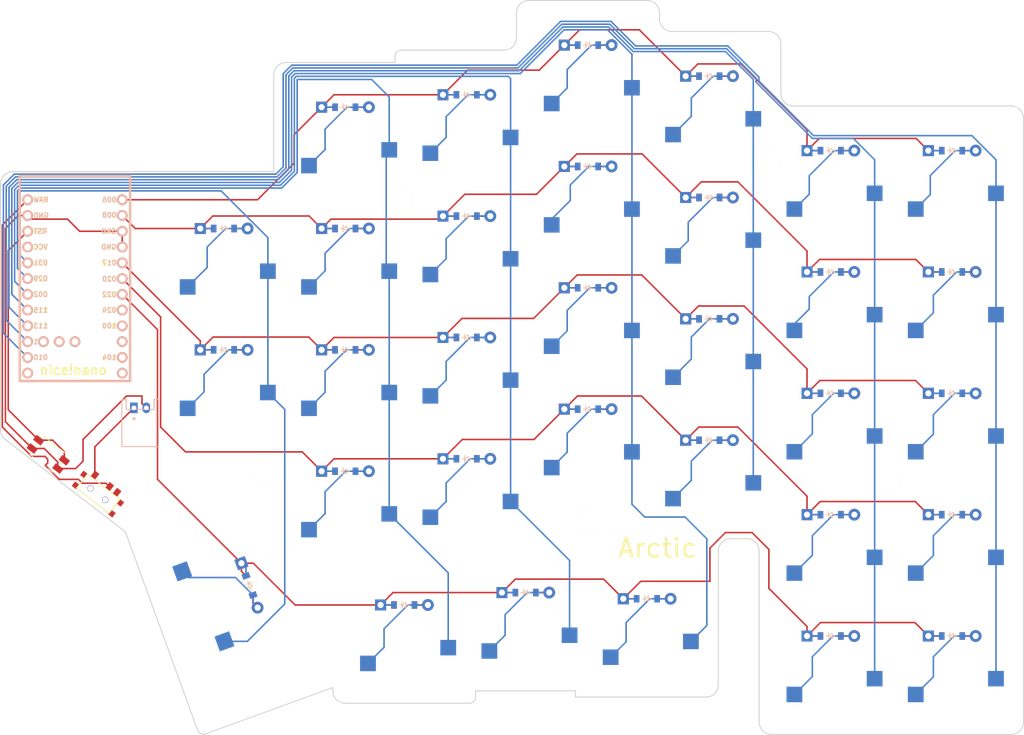
<source format=kicad_pcb>
(kicad_pcb (version 20240108) (generator "pcbnew") (generator_version "8.0")
  (title_block (title "right") (rev "v1.0.0") (company "yaessus"))
  (layers (0 "F.Cu" signal) (31 "B.Cu" signal) (34 "B.Paste" user) (35 "F.Paste" user) (36 "B.SilkS" user "B.Silkscreen") (37 "F.SilkS" user "F.Silkscreen") (38 "B.Mask" user) (39 "F.Mask" user) (44 "Edge.Cuts" user))
  (net 0 "")
  (net 1 "P010")
  (net 2 "mirror_actions_modifiers")
  (net 3 "mirror_actions_bottom")
  (net 4 "mirror_actions_home")
  (net 5 "mirror_actions_top")
  (net 6 "mirror_actions_numbers")
  (net 7 "P111")
  (net 8 "mirror_pinky_modifiers")
  (net 9 "mirror_pinky_bottom")
  (net 10 "mirror_pinky_home")
  (net 11 "mirror_pinky_top")
  (net 12 "mirror_pinky_numbers")
  (net 13 "P113")
  (net 14 "mirror_ring_bottom")
  (net 15 "mirror_ring_home")
  (net 16 "mirror_ring_top")
  (net 17 "mirror_ring_numbers")
  (net 18 "P115")
  (net 19 "mirror_middle_bottom")
  (net 20 "mirror_middle_home")
  (net 21 "mirror_middle_top")
  (net 22 "mirror_middle_numbers")
  (net 23 "P002")
  (net 24 "mirror_index_bottom")
  (net 25 "mirror_index_home")
  (net 26 "mirror_index_top")
  (net 27 "mirror_index_numbers")
  (net 28 "P029")
  (net 29 "mirror_inner_bottom")
  (net 30 "mirror_inner_home")
  (net 31 "mirror_inner_top")
  (net 32 "mirror_inner_numbers")
  (net 33 "P031")
  (net 34 "mirror_special_home")
  (net 35 "mirror_special_top")
  (net 36 "mirror_back_thumb")
  (net 37 "mirror_middle_thumb")
  (net 38 "mirror_space_thumb")
  (net 39 "mirror_forward_thumb")
  (net 40 "P022")
  (net 41 "P020")
  (net 42 "P017")
  (net 43 "P008")
  (net 44 "P006")
  (net 45 "RAW")
  (net 46 "GND")
  (net 47 "RST")
  (net 48 "VCC")
  (net 49 "P009")
  (net 50 "P024")
  (net 51 "P100")
  (net 52 "P011")
  (net 53 "P104")
  (net 54 "P106")
  (net 55 "P101")
  (net 56 "P102")
  (net 57 "P107")
  (net 58 "pos")
  (footprint "E73:SPDT_C128955" (layer "F.Cu") (at 126.42 158.9 142)
    (property "Reference" "T1" (hide yes))
    (property "Value" "" (hide yes))
  )
  (footprint "MX" (layer "F.Cu") (at 224.92 115.45 180)
    (property "Reference" "S13" (hide yes))
    (property "Value" "" (hide yes))
  )
  (footprint "ComboDiode" (layer "F.Cu") (at 205.37 106.116667)
    (property "Reference" "D17" (hide yes))
    (property "Value" "" (hide yes))
  )
  (footprint "MX" (layer "F.Cu") (at 214.87 180.1 180)
    (property "Reference" "S29" (hide yes))
    (property "Value" "" (hide yes))
  )
  (footprint "ComboDiode" (layer "F.Cu") (at 224.92 91.566667)
    (property "Reference" "D14" (hide yes))
    (property "Value" "" (hide yes))
  )
  (footprint "ComboDiode" (layer "F.Cu") (at 244.47 181.766667)
    (property "Reference" "D6" (hide yes))
    (property "Value" "" (hide yes))
  )
  (footprint "ComboDiode" (layer "F.Cu") (at 195.32 174.766667)
    (property "Reference" "D30" (hide yes))
    (property "Value" "" (hide yes))
  )
  (footprint "ComboDiode" (layer "F.Cu") (at 175.77 176.766667)
    (property "Reference" "D31" (hide yes))
    (property "Value" "" (hide yes))
  )
  (footprint "JST_PH_S2B-PH-K_02x2.00mm_Angled" (layer "F.Cu") (at 133.22 145)
    (property "Reference" "JST1" (hide yes))
    (property "Value" "" (hide yes))
  )
  (footprint "ComboDiode" (layer "F.Cu") (at 264.02 181.766667)
    (property "Reference" "D1" (hide yes))
    (property "Value" "" (hide yes))
  )
  (footprint "HOLE_M2_TH" (layer "F.Cu") (at 234.445 105.425)
    (property "Reference" "")
    (property "Value" "")
  )
  (footprint "MX" (layer "F.Cu") (at 264.02 147 180)
    (property "Reference" "S3" (hide yes))
    (property "Value" "" (hide yes))
  )
  (footprint "ComboDiode" (layer "F.Cu") (at 224.92 150.216667)
    (property "Reference" "D11" (hide yes))
    (property "Value" "" (hide yes))
  )
  (footprint "ComboDiode" (layer "F.Cu") (at 205.37 145.216667)
    (property "Reference" "D15" (hide yes))
    (property "Value" "" (hide yes))
  )
  (footprint "MX" (layer "F.Cu") (at 205.37 130 180)
    (property "Reference" "S16" (hide yes))
    (property "Value" "" (hide yes))
  )
  (footprint "MX" (layer "F.Cu") (at 264.02 166.55 180)
    (property "Reference" "S2" (hide yes))
    (property "Value" "" (hide yes))
  )
  (footprint "ComboDiode" (layer "F.Cu") (at 166.27 135.666667)
    (property "Reference" "D24" (hide yes))
    (property "Value" "" (hide yes))
  )
  (footprint "MX" (layer "F.Cu") (at 244.47 166.55 180)
    (property "Reference" "S7" (hide yes))
    (property "Value" "" (hide yes))
  )
  (footprint "MX" (layer "F.Cu") (at 264.02 107.9 180)
    (property "Reference" "S5" (hide yes))
    (property "Value" "" (hide yes))
  )
  (footprint "ComboDiode" (layer "F.Cu") (at 224.92 130.666667)
    (property "Reference" "D12" (hide yes))
    (property "Value" "" (hide yes))
  )
  (footprint "MX" (layer "F.Cu") (at 244.47 186.1 180)
    (property "Reference" "S6" (hide yes))
    (property "Value" "" (hide yes))
  )
  (footprint "ComboDiode" (layer "F.Cu") (at 244.47 103.566667)
    (property "Reference" "D10" (hide yes))
    (property "Value" "" (hide yes))
  )
  (footprint "ComboDiode" (layer "F.Cu") (at 185.82 133.666667)
    (property "Reference" "D20" (hide yes))
    (property "Value" "" (hide yes))
  )
  (footprint "HOLE_M2_TH" (layer "F.Cu") (at 152.745 155.55)
    (property "Reference" "")
    (property "Value" "")
  )
  (footprint "ComboDiode" (layer "F.Cu") (at 185.82 94.566667)
    (property "Reference" "D22" (hide yes))
    (property "Value" "" (hide yes))
  )
  (footprint "MX" (layer "F.Cu") (at 205.37 110.45 180)
    (property "Reference" "S17" (hide yes))
    (property "Value" "" (hide yes))
  )
  (footprint "HOLE_M2_TH" (layer "F.Cu") (at 205.37 163.075)
    (property "Reference" "")
    (property "Value" "")
  )
  (footprint "MX" (layer "F.Cu") (at 224.92 154.55 180)
    (property "Reference" "S11" (hide yes))
    (property "Value" "" (hide yes))
  )
  (footprint "ComboDiode" (layer "F.Cu") (at 244.47 162.216667)
    (property "Reference" "D7" (hide yes))
    (property "Value" "" (hide yes))
  )
  (footprint "MX" (layer "F.Cu") (at 166.27 159.55 180)
    (property "Reference" "S23" (hide yes))
    (property "Value" "" (hide yes))
  )
  (footprint "MX" (layer "F.Cu") (at 205.37 90.9 180)
    (property "Reference" "S18" (hide yes))
    (property "Value" "" (hide yes))
  )
  (footprint "MX" (layer "F.Cu") (at 175.77 181.1 180)
    (property "Reference" "S31" (hide yes))
    (property "Value" "" (hide yes))
  )
  (footprint "MX" (layer "F.Cu") (at 146.77 175.1 110)
    (property "Reference" "S32" (hide yes))
    (property "Value" "" (hide yes))
  )
  (footprint "HOLE_M2_TH" (layer "F.Cu") (at 175.295 111.425)
    (property "Reference" "")
    (property "Value" "")
  )
  (footprint "ComboDiode" (layer "F.Cu") (at 244.47 142.666667)
    (property "Reference" "D8" (hide yes))
    (property "Value" "" (hide yes))
  )
  (footprint "MX" (layer "F.Cu") (at 146.72 140 180)
    (property "Reference" "S27" (hide yes))
    (property "Value" "" (hide yes))
  )
  (footprint "ComboDiode" (layer "F.Cu") (at 185.82 114.116667)
    (property "Reference" "D21" (hide yes))
    (property "Value" "" (hide yes))
  )
  (footprint "MX" (layer "F.Cu") (at 166.27 120.45 180)
    (property "Reference" "S25" (hide yes))
    (property "Value" "" (hide yes))
  )
  (footprint "MX" (layer "F.Cu") (at 166.27 100.9 180)
    (property "Reference" "S26" (hide yes))
    (property "Value" "" (hide yes))
  )
  (footprint "MX" (layer "F.Cu") (at 205.37 149.55 180)
    (property "Reference" "S15" (hide yes))
    (property "Value" "" (hide yes))
  )
  (footprint "ComboDiode" (layer "F.Cu") (at 205.37 125.666667)
    (property "Reference" "D16" (hide yes))
    (property "Value" "" (hide yes))
  )
  (footprint "ComboDiode" (layer "F.Cu") (at 166.27 96.566667)
    (property "Reference" "D26" (hide yes))
    (property "Value" "" (hide yes))
  )
  (footprint "MX" (layer "F.Cu") (at 185.82 138 180)
    (property "Reference" "S20" (hide yes))
    (property "Value" "" (hide yes))
  )
  (footprint "MX" (layer "F.Cu") (at 146.72 120.45 180)
    (property "Reference" "S28" (hide yes))
    (property "Value" "" (hide yes))
  )
  (footprint "HOLE_M2_TH" (layer "F.Cu") (at 253.995 156.525)
    (property "Reference" "")
    (property "Value" "")
  )
  (footprint "MX" (layer "F.Cu") (at 185.82 118.45 180)
    (property "Reference" "S21" (hide yes))
    (property "Value" "" (hide yes))
  )
  (footprint "ComboDiode" (layer "F.Cu") (at 214.87 175.766667)
    (property "Reference" "D29" (hide yes))
    (property "Value" "" (hide yes))
  )
  (footprint "MX" (layer "F.Cu") (at 185.82 98.9 180)
    (property "Reference" "S22" (hide yes))
    (property "Value" "" (hide yes))
  )
  (footprint "MX" (layer "F.Cu") (at 244.47 147 180)
    (property "Reference" "S8" (hide yes))
    (property "Value" "" (hide yes))
  )
  (footprint "ComboDiode" (layer "F.Cu") (at 146.72 116.116667)
    (property "Reference" "D28" (hide yes))
    (property "Value" "" (hide yes))
  )
  (footprint "ComboDiode" (layer "F.Cu") (at 264.02 103.566667)
    (property "Reference" "D5" (hide yes))
    (property "Value" "" (hide yes))
  )
  (footprint "ComboDiode" (layer "F.Cu") (at 146.72 135.666667)
    (property "Reference" "D27" (hide yes))
    (property "Value" "" (hide yes))
  )
  (footprint "MX" (layer "F.Cu") (at 264.02 127.45 180)
    (property "Reference" "S4" (hide yes))
    (property "Value" "" (hide yes))
  )
  (footprint "ComboDiode" (layer "F.Cu") (at 166.27 116.116667)
    (property "Reference" "D25" (hide yes))
    (property "Value" "" (hide yes))
  )
  (footprint "MX" (layer "F.Cu") (at 185.82 157.55 180)
    (property "Reference" "S19" (hide yes))
    (property "Value" "" (hide yes))
  )
  (footprint "ComboDiode" (layer "F.Cu") (at 264.02 123.116667)
    (property "Reference" "D4" (hide yes))
    (property "Value" "" (hide yes))
  )
  (footprint "ComboDiode" (layer "F.Cu") (at 150.842001 173.617913 -70)
    (property "Reference" "D32" (hide yes))
    (property "Value" "" (hide yes))
  )
  (footprint "ComboDiode" (layer "F.Cu") (at 264.02 142.666667)
    (property "Reference" "D3" (hide yes))
    (property "Value" "" (hide yes))
  )
  (footprint "MX" (layer "F.Cu") (at 195.32 179.1 180)
    (property "Reference" "S30" (hide yes))
    (property "Value" "" (hide yes))
  )
  (footprint "MX" (layer "F.Cu") (at 244.47 107.9 180)
    (property "Reference" "S10" (hide yes))
    (property "Value" "" (hide yes))
  )
  (footprint "ComboDiode" (layer "F.Cu") (at 185.82 153.216667)
    (property "Reference" "D19" (hide yes))
    (property "Value" "" (hide yes))
  )
  (footprint "MX" (layer "F.Cu") (at 264.02 186.1 180)
    (property "Reference" "S1" (hide yes))
    (property "Value" "" (hide yes))
  )
  (footprint "ComboDiode" (layer "F.Cu") (at 264.02 162.216667)
    (property "Reference" "D2" (hide yes))
    (property "Value" "" (hide yes))
  )
  (footprint "MX" (layer "F.Cu") (at 244.47 127.45 180)
    (property "Reference" "S9" (hide yes))
    (property "Value" "" (hide yes))
  )
  (footprint "ComboDiode" (layer "F.Cu") (at 244.47 123.116667)
    (property "Reference" "D9" (hide yes))
    (property "Value" "" (hide yes))
  )
  (footprint "ComboDiode" (layer "F.Cu") (at 166.27 155.216667)
    (property "Reference" "D23" (hide yes))
    (property "Value" "" (hide yes))
  )
  (footprint "ComboDiode" (layer "F.Cu") (at 224.92 111.116667)
    (property "Reference" "D13" (hide yes))
    (property "Value" "" (hide yes))
  )
  (footprint "Panasonic_EVQPUL_EVQPUC" (layer "F.Cu") (at 118.42 152.5 142)
    (property "Reference" "B1" (hide yes))
    (property "Value" "Panasonic_EVQPUL_EVQPUC" (hide yes))
  )
  (footprint "MX" (layer "F.Cu") (at 224.92 135 180)
    (property "Reference" "S12" (hide yes))
    (property "Value" "" (hide yes))
  )
  (footprint "MX" (layer "F.Cu") (at 224.92 95.9 180)
    (property "Reference" "S14" (hide yes))
    (property "Value" "" (hide yes))
  )
  (footprint "ComboDiode" (layer "F.Cu") (at 205.37 86.566667)
    (property "Reference" "D18" (hide yes))
    (property "Value" "" (hide yes))
  )
  (footprint "nice_nano" (layer "F.Cu") (at 122.72 125.45 -90)
    (property "Reference" "MCU1" (hide yes))
    (property "Value" "nice_nano" (hide yes))
  )
  (footprint "MX" (layer "F.Cu") (at 166.27 140 180)
    (property "Reference" "S24" (hide yes))
    (property "Value" "" (hide yes))
  )
  (gr_arc (start 234.445 84.375) (mid 235.859214 84.960786) (end 236.445 86.375) (stroke (width 0.15)) (layer "Edge.Cuts"))
  (gr_line (start 275.545 195.625) (end 275.545 98.375) (stroke (width 0.15)) (layer "Edge.Cuts"))
  (gr_line (start 226.37 189.6) (end 226.37 168.075) (stroke (width 0.15)) (layer "Edge.Cuts"))
  (gr_arc (start 193.845 85.375) (mid 193.259214 86.789214) (end 191.845 87.375) (stroke (width 0.15)) (layer "Edge.Cuts"))
  (gr_line (start 232.945 195.625) (end 232.945 168.075) (stroke (width 0.15)) (layer "Edge.Cuts"))
  (gr_line (start 234.445 84.375) (end 218.895 84.375) (stroke (width 0.15)) (layer "Edge.Cuts"))
  (gr_line (start 112.72 106.95) (end 154.744844 106.95) (stroke (width 0.15)) (layer "Edge.Cuts"))
  (gr_line (start 174.295 89.375) (end 156.745 89.375) (stroke (width 0.15)) (layer "Edge.Cuts"))
  (gr_line (start 191.845 87.375) (end 175.295 87.375) (stroke (width 0.15)) (layer "Edge.Cuts"))
  (gr_line (start 164.27 190.067285) (end 164.27 190.6) (stroke (width 0.15)) (layer "Edge.Cuts"))
  (gr_line (start 236.445 94.375) (end 236.445 86.375) (stroke (width 0.15)) (layer "Edge.Cuts"))
  (gr_line (start 238.445 96.375) (end 273.545 96.375) (stroke (width 0.15)) (layer "Edge.Cuts"))
  (gr_line (start 174.295 88.375) (end 174.295 89.375) (stroke (width 0.15)) (layer "Edge.Cuts"))
  (gr_arc (start 275.545 195.625) (mid 274.959214 197.039214) (end 273.545 197.625) (stroke (width 0.15)) (layer "Edge.Cuts"))
  (gr_arc (start 214.895 79.375) (mid 216.309214 79.960786) (end 216.895 81.375) (stroke (width 0.15)) (layer "Edge.Cuts"))
  (gr_arc (start 174.295 88.375) (mid 174.587893 87.667893) (end 175.295 87.375) (stroke (width 0.15)) (layer "Edge.Cuts"))
  (gr_line (start 193.845 81.375) (end 193.845 85.375) (stroke (width 0.15)) (layer "Edge.Cuts"))
  (gr_arc (start 130.388993 164.629392) (mid 130.783187 165.032994) (end 131.048987 165.530623) (stroke (width 0.15)) (layer "Edge.Cuts"))
  (gr_line (start 143.760731 197.532049) (end 164.27 190.067285) (stroke (width 0.15)) (layer "Edge.Cuts"))
  (gr_line (start 216.895 82.375) (end 216.895 81.375) (stroke (width 0.15)) (layer "Edge.Cuts"))
  (gr_arc (start 238.445 96.375) (mid 237.030786 95.789214) (end 236.445 94.375) (stroke (width 0.15)) (layer "Edge.Cuts"))
  (gr_arc (start 154.745 91.375) (mid 155.330786 89.960786) (end 156.745 89.375) (stroke (width 0.15)) (layer "Edge.Cuts"))
  (gr_line (start 228.37 166.075) (end 230.945 166.075) (stroke (width 0.15)) (layer "Edge.Cuts"))
  (gr_line (start 166.27 192.6) (end 186.27 192.6) (stroke (width 0.15)) (layer "Edge.Cuts"))
  (gr_line (start 110.72 148.515173) (end 110.72 108.95) (stroke (width 0.15)) (layer "Edge.Cuts"))
  (gr_arc (start 226.37 189.6) (mid 225.784214 191.014214) (end 224.37 191.6) (stroke (width 0.15)) (layer "Edge.Cuts"))
  (gr_line (start 187.27 190.6) (end 203.37 190.6) (stroke (width 0.15)) (layer "Edge.Cuts"))
  (gr_arc (start 193.845 81.375) (mid 194.430786 79.960786) (end 195.845 79.375) (stroke (width 0.15)) (layer "Edge.Cuts"))
  (gr_arc (start 166.27 192.6) (mid 164.855786 192.014214) (end 164.27 190.6) (stroke (width 0.15)) (layer "Edge.Cuts"))
  (gr_arc (start 226.37 168.075) (mid 226.955786 166.660786) (end 228.37 166.075) (stroke (width 0.15)) (layer "Edge.Cuts"))
  (gr_line (start 214.895 79.375) (end 195.845 79.375) (stroke (width 0.15)) (layer "Edge.Cuts"))
  (gr_line (start 154.745 91.375) (end 154.745 106.925) (stroke (width 0.15)) (layer "Edge.Cuts"))
  (gr_arc (start 110.72 108.95) (mid 111.305786 107.535786) (end 112.72 106.95) (stroke (width 0.15)) (layer "Edge.Cuts"))
  (gr_arc (start 230.945 166.075) (mid 232.359214 166.660786) (end 232.945 168.075) (stroke (width 0.15)) (layer "Edge.Cuts"))
  (gr_line (start 203.37 191.6) (end 224.37 191.6) (stroke (width 0.15)) (layer "Edge.Cuts"))
  (gr_arc (start 154.745 106.925) (mid 154.744961 106.9375) (end 154.744844 106.95) (stroke (width 0.15)) (layer "Edge.Cuts"))
  (gr_arc (start 273.545 96.375) (mid 274.959214 96.960786) (end 275.545 98.375) (stroke (width 0.15)) (layer "Edge.Cuts"))
  (gr_arc (start 234.945 197.625) (mid 233.530786 197.039214) (end 232.945 195.625) (stroke (width 0.15)) (layer "Edge.Cuts"))
  (gr_arc (start 111.500609 150.100444) (mid 110.925734 149.398694) (end 110.72 148.515173) (stroke (width 0.15)) (layer "Edge.Cuts"))
  (gr_line (start 131.048987 165.530623) (end 142.479019 196.934376) (stroke (width 0.15)) (layer "Edge.Cuts"))
  (gr_line (start 130.388993 164.629391) (end 111.500609 150.100444) (stroke (width 0.15)) (layer "Edge.Cuts"))
  (gr_arc (start 143.760731 197.532048) (mid 142.996093 197.498663) (end 142.479019 196.934376) (stroke (width 0.15)) (layer "Edge.Cuts"))
  (gr_line (start 187.27 191.6) (end 187.27 190.6) (stroke (width 0.15)) (layer "Edge.Cuts"))
  (gr_arc (start 187.27 191.6) (mid 186.977107 192.307107) (end 186.27 192.6) (stroke (width 0.15)) (layer "Edge.Cuts"))
  (gr_line (start 234.945 197.625) (end 273.545 197.625) (stroke (width 0.15)) (layer "Edge.Cuts"))
  (gr_line (start 203.37 190.6) (end 203.37 191.6) (stroke (width 0.15)) (layer "Edge.Cuts"))
  (gr_arc (start 218.895 84.375) (mid 217.480786 83.789214) (end 216.895 82.375) (stroke (width 0.15)) (layer "Edge.Cuts"))
  (gr_text "Arctic" (at 223.203333 167.6 0) (layer "F.SilkS") (effects (font (size 3 3) (thickness 0.4)) (justify right)))
  (segment (start 111.1987 132.9787) (end 115.1 136.88) (width 0.25) (layer "B.Cu") (net 1))
  (segment (start 111.1987 109.102924) (end 111.1987 132.9787) (width 0.25) (layer "B.Cu") (net 1))
  (segment (start 200.960812 82.75) (end 193.910812 89.8) (width 0.25) (layer "B.Cu") (net 1))
  (segment (start 241.706396 101.15) (end 232.905 92.348604) (width 0.25) (layer "B.Cu") (net 1))
  (segment (start 271.105 188.64) (end 271.105 169.09) (width 0.25) (layer "B.Cu") (net 1))
  (segment (start 227.892792 86.7) (end 213.029179 86.7) (width 0.25) (layer "B.Cu") (net 1))
  (segment (start 193.910812 89.8) (end 157.63802 89.8) (width 0.25) (layer "B.Cu") (net 1))
  (segment (start 267.219991 101.15) (end 241.706396 101.15) (width 0.25) (layer "B.Cu") (net 1))
  (segment (start 271.105 110.44) (end 271.105 129.99) (width 0.25) (layer "B.Cu") (net 1))
  (segment (start 112.951624 107.35) (end 111.1987 109.102924) (width 0.25) (layer "B.Cu") (net 1))
  (segment (start 157.63802 89.8) (end 156.27 91.16802) (width 0.25) (layer "B.Cu") (net 1))
  (segment (start 213.029179 86.7) (end 209.079179 82.75) (width 0.25) (layer "B.Cu") (net 1))
  (segment (start 271.105 110.44) (end 271.105 105.035009) (width 0.25) (layer "B.Cu") (net 1))
  (segment (start 271.105 105.035009) (end 267.219991 101.15) (width 0.25) (layer "B.Cu") (net 1))
  (segment (start 156.27 91.16802) (end 156.27 106.16802) (width 0.25) (layer "B.Cu") (net 1))
  (segment (start 232.905 91.712208) (end 227.892792 86.7) (width 0.25) (layer "B.Cu") (net 1))
  (segment (start 155.08802 107.35) (end 112.951624 107.35) (width 0.25) (layer "B.Cu") (net 1))
  (segment (start 271.105 129.99) (end 271.105 149.54) (width 0.25) (layer "B.Cu") (net 1))
  (segment (start 209.079179 82.75) (end 200.960812 82.75) (width 0.25) (layer "B.Cu") (net 1))
  (segment (start 271.105 149.54) (end 271.105 169.09) (width 0.25) (layer "B.Cu") (net 1))
  (segment (start 232.905 92.348604) (end 232.905 91.712208) (width 0.25) (layer "B.Cu") (net 1))
  (segment (start 156.27 106.16802) (end 155.08802 107.35) (width 0.25) (layer "B.Cu") (net 1))
  (segment (start 265.67 181.766667) (end 267.83 181.766667) (width 0.25) (layer "F.Cu") (net 2))
  (segment (start 258.178 191.18) (end 261.02 188.338) (width 0.25) (layer "B.Cu") (net 2))
  (segment (start 264.353333 181.766667) (end 265.67 181.766667) (width 0.25) (layer "B.Cu") (net 2))
  (segment (start 261.02 188.338) (end 261.02 185.1) (width 0.25) (layer "B.Cu") (net 2))
  (segment (start 261.02 185.1) (end 264.353333 181.766667) (width 0.25) (layer "B.Cu") (net 2))
  (segment (start 265.67 181.766667) (end 267.83 181.766667) (width 0.25) (layer "B.Cu") (net 2))
  (segment (start 267.83 162.216667) (end 265.67 162.216667) (width 0.25) (layer "F.Cu") (net 3))
  (segment (start 264.403333 162.216667) (end 265.67 162.216667) (width 0.25) (layer "B.Cu") (net 3))
  (segment (start 258.178 171.63) (end 261.02 168.788) (width 0.25) (layer "B.Cu") (net 3))
  (segment (start 261.02 165.6) (end 264.403333 162.216667) (width 0.25) (layer "B.Cu") (net 3))
  (segment (start 261.02 168.788) (end 261.02 165.6) (width 0.25) (layer "B.Cu") (net 3))
  (segment (start 267.83 162.216667) (end 265.67 162.216667) (width 0.25) (layer "B.Cu") (net 3))
  (segment (start 265.67 142.666667) (end 267.83 142.666667) (width 0.25) (layer "F.Cu") (net 4))
  (segment (start 261.02 146.1) (end 264.453333 142.666667) (width 0.25) (layer "B.Cu") (net 4))
  (segment (start 261.02 149.238) (end 261.02 146.1) (width 0.25) (layer "B.Cu") (net 4))
  (segment (start 258.178 152.08) (end 261.02 149.238) (width 0.25) (layer "B.Cu") (net 4))
  (segment (start 264.453333 142.666667) (end 265.67 142.666667) (width 0.25) (layer "B.Cu") (net 4))
  (segment (start 265.67 142.666667) (end 267.83 142.666667) (width 0.25) (layer "B.Cu") (net 4))
  (segment (start 265.67 123.116667) (end 267.83 123.116667) (width 0.25) (layer "F.Cu") (net 5))
  (segment (start 265.67 123.116667) (end 267.83 123.116667) (width 0.25) (layer "B.Cu") (net 5))
  (segment (start 264.753267 123.116667) (end 265.67 123.116667) (width 0.25) (layer "B.Cu") (net 5))
  (segment (start 261.02 126.849934) (end 264.753267 123.116667) (width 0.25) (layer "B.Cu") (net 5))
  (segment (start 261.02 129.688) (end 261.02 126.849934) (width 0.25) (layer "B.Cu") (net 5))
  (segment (start 258.178 132.53) (end 261.02 129.688) (width 0.25) (layer "B.Cu") (net 5))
  (segment (start 267.83 103.566667) (end 265.67 103.566667) (width 0.25) (layer "F.Cu") (net 6))
  (segment (start 265.67 103.566667) (end 267.83 103.566667) (width 0.25) (layer "B.Cu") (net 6))
  (segment (start 260.52 110.638) (end 260.52 107.574934) (width 0.25) (layer "B.Cu") (net 6))
  (segment (start 260.52 107.574934) (end 264.528267 103.566667) (width 0.25) (layer "B.Cu") (net 6))
  (segment (start 258.178 112.98) (end 260.52 110.638) (width 0.25) (layer "B.Cu") (net 6))
  (segment (start 264.528267 103.566667) (end 265.67 103.566667) (width 0.25) (layer "B.Cu") (net 6))
  (segment (start 212.842783 87.15) (end 208.892783 83.2) (width 0.25) (layer "B.Cu") (net 7))
  (segment (start 194.097208 90.25) (end 157.824416 90.25) (width 0.25) (layer "B.Cu") (net 7))
  (segment (start 208.892783 83.2) (end 201.147208 83.2) (width 0.25) (layer "B.Cu") (net 7))
  (segment (start 156.72 91.354416) (end 156.72 106.354416) (width 0.25) (layer "B.Cu") (net 7))
  (segment (start 251.555 149.54) (end 251.555 129.99) (width 0.25) (layer "B.Cu") (net 7))
  (segment (start 227.706396 87.15) (end 212.842783 87.15) (width 0.25) (layer "B.Cu") (net 7))
  (segment (start 248.119991 101.6) (end 241.52 101.6) (width 0.25) (layer "B.Cu") (net 7))
  (segment (start 111.6487 109.28932) (end 111.6487 130.8887) (width 0.25) (layer "B.Cu") (net 7))
  (segment (start 251.555 105.035009) (end 248.119991 101.6) (width 0.25) (layer "B.Cu") (net 7))
  (segment (start 157.824416 90.25) (end 156.72 91.354416) (width 0.25) (layer "B.Cu") (net 7))
  (segment (start 251.555 188.64) (end 251.555 169.09) (width 0.25) (layer "B.Cu") (net 7))
  (segment (start 111.6487 130.8887) (end 115.1 134.34) (width 0.25) (layer "B.Cu") (net 7))
  (segment (start 251.555 110.44) (end 251.555 105.035009) (width 0.25) (layer "B.Cu") (net 7))
  (segment (start 156.72 106.354416) (end 155.274416 107.8) (width 0.25) (layer "B.Cu") (net 7))
  (segment (start 201.147208 83.2) (end 194.097208 90.25) (width 0.25) (layer "B.Cu") (net 7))
  (segment (start 232.455 92.535) (end 232.455 91.898604) (width 0.25) (layer "B.Cu") (net 7))
  (segment (start 113.13802 107.8) (end 111.6487 109.28932) (width 0.25) (layer "B.Cu") (net 7))
  (segment (start 241.52 101.6) (end 232.455 92.535) (width 0.25) (layer "B.Cu") (net 7))
  (segment (start 251.555 169.09) (end 251.555 149.54) (width 0.25) (layer "B.Cu") (net 7))
  (segment (start 251.555 129.99) (end 251.555 110.44) (width 0.25) (layer "B.Cu") (net 7))
  (segment (start 155.274416 107.8) (end 113.13802 107.8) (width 0.25) (layer "B.Cu") (net 7))
  (segment (start 232.455 91.898604) (end 227.706396 87.15) (width 0.25) (layer "B.Cu") (net 7))
  (segment (start 246.12 181.766667) (end 248.28 181.766667) (width 0.25) (layer "F.Cu") (net 8))
  (segment (start 241.52 185.1) (end 244.853333 181.766667) (width 0.25) (layer "B.Cu") (net 8))
  (segment (start 244.853333 181.766667) (end 246.12 181.766667) (width 0.25) (layer "B.Cu") (net 8))
  (segment (start 238.628 191.18) (end 241.52 188.288) (width 0.25) (layer "B.Cu") (net 8))
  (segment (start 241.52 188.288) (end 241.52 185.1) (width 0.25) (layer "B.Cu") (net 8))
  (segment (start 248.28 181.766667) (end 246.12 181.766667) (width 0.25) (layer "B.Cu") (net 8))
  (segment (start 246.12 162.216667) (end 248.28 162.216667) (width 0.25) (layer "F.Cu") (net 9))
  (segment (start 238.628 171.63) (end 241.52 168.738) (width 0.25) (layer "B.Cu") (net 9))
  (segment (start 244.903333 162.216667) (end 246.12 162.216667) (width 0.25) (layer "B.Cu") (net 9))
  (segment (start 241.52 168.738) (end 241.52 165.6) (width 0.25) (layer "B.Cu") (net 9))
  (segment (start 241.52 165.6) (end 244.903333 162.216667) (width 0.25) (layer "B.Cu") (net 9))
  (segment (start 248.28 162.216667) (end 246.12 162.216667) (width 0.25) (layer "B.Cu") (net 9))
  (segment (start 246.12 142.666667) (end 248.28 142.666667) (width 0.25) (layer "F.Cu") (net 10))
  (segment (start 246.12 142.666667) (end 248.28 142.666667) (width 0.25) (layer "B.Cu") (net 10))
  (segment (start 241.52 146.1) (end 244.953333 142.666667) (width 0.25) (layer "B.Cu") (net 10))
  (segment (start 241.52 149.188) (end 241.52 146.1) (width 0.25) (layer "B.Cu") (net 10))
  (segment (start 238.628 152.08) (end 241.52 149.188) (width 0.25) (layer "B.Cu") (net 10))
  (segment (start 244.953333 142.666667) (end 246.12 142.666667) (width 0.25) (layer "B.Cu") (net 10))
  (segment (start 246.12 123.116667) (end 248.28 123.116667) (width 0.25) (layer "F.Cu") (net 11))
  (segment (start 238.628 132.53) (end 238.628 131.492) (width 0.25) (layer "B.Cu") (net 11))
  (segment (start 248.28 123.116667) (end 246.12 123.116667) (width 0.25) (layer "B.Cu") (net 11))
  (segment (start 238.628 131.492) (end 241.02 129.1) (width 0.25) (layer "B.Cu") (net 11))
  (segment (start 244.978267 123.116667) (end 246.12 123.116667) (width 0.25) (layer "B.Cu") (net 11))
  (segment (start 241.02 129.1) (end 241.02 127.074934) (width 0.25) (layer "B.Cu") (net 11))
  (segment (start 241.02 127.074934) (end 244.978267 123.116667) (width 0.25) (layer "B.Cu") (net 11))
  (segment (start 246.12 103.566667) (end 248.28 103.566667) (width 0.25) (layer "F.Cu") (net 12))
  (segment (start 246.12 103.566667) (end 248.28 103.566667) (width 0.25) (layer "B.Cu") (net 12))
  (segment (start 238.628 112.98) (end 241.02 110.588) (width 0.25) (layer "B.Cu") (net 12))
  (segment (start 245.053333 103.566667) (end 246.12 103.566667) (width 0.25) (layer "B.Cu") (net 12))
  (segment (start 241.02 107.6) (end 245.053333 103.566667) (width 0.25) (layer "B.Cu") (net 12))
  (segment (start 241.02 110.588) (end 241.02 107.6) (width 0.25) (layer "B.Cu") (net 12))
  (segment (start 232.005 92.085) (end 232.005 98.44) (width 0.25) (layer "B.Cu") (net 13))
  (segment (start 113.324416 108.25) (end 155.460812 108.25) (width 0.25) (layer "B.Cu") (net 13))
  (segment (start 112.0987 109.475716) (end 113.324416 108.25) (width 0.25) (layer "B.Cu") (net 13))
  (segment (start 112.0987 128.7987) (end 112.0987 109.475716) (width 0.25) (layer "B.Cu") (net 13))
  (segment (start 157.17 106.540812) (end 157.17 91.540812) (width 0.25) (layer "B.Cu") (net 13))
  (segment (start 208.706387 83.65) (end 212.656387 87.6) (width 0.25) (layer "B.Cu") (net 13))
  (segment (start 115.1 131.8) (end 112.0987 128.7987) (width 0.25) (layer "B.Cu") (net 13))
  (segment (start 157.17 91.540812) (end 158.010812 90.7) (width 0.25) (layer "B.Cu") (net 13))
  (segment (start 227.52 87.6) (end 232.005 92.085) (width 0.25) (layer "B.Cu") (net 13))
  (segment (start 158.010812 90.7) (end 194.283604 90.7) (width 0.25) (layer "B.Cu") (net 13))
  (segment (start 212.656387 87.6) (end 227.52 87.6) (width 0.25) (layer "B.Cu") (net 13))
  (segment (start 194.283604 90.7) (end 201.333604 83.65) (width 0.25) (layer "B.Cu") (net 13))
  (segment (start 155.460812 108.25) (end 157.17 106.540812) (width 0.25) (layer "B.Cu") (net 13))
  (segment (start 232.005 157.09) (end 232.005 137.54) (width 0.25) (layer "B.Cu") (net 13))
  (segment (start 232.005 98.44) (end 232.005 117.99) (width 0.25) (layer "B.Cu") (net 13))
  (segment (start 232.005 117.99) (end 232.005 137.54) (width 0.25) (layer "B.Cu") (net 13))
  (segment (start 201.333604 83.65) (end 208.706387 83.65) (width 0.25) (layer "B.Cu") (net 13))
  (segment (start 226.57 150.216667) (end 228.73 150.216667) (width 0.25) (layer "F.Cu") (net 14))
  (segment (start 222.02 153.6) (end 225.403333 150.216667) (width 0.25) (layer "B.Cu") (net 14))
  (segment (start 226.57 150.216667) (end 228.73 150.216667) (width 0.25) (layer "B.Cu") (net 14))
  (segment (start 225.403333 150.216667) (end 226.57 150.216667) (width 0.25) (layer "B.Cu") (net 14))
  (segment (start 222.02 156.688) (end 222.02 153.6) (width 0.25) (layer "B.Cu") (net 14))
  (segment (start 219.078 159.63) (end 222.02 156.688) (width 0.25) (layer "B.Cu") (net 14))
  (segment (start 226.57 130.666667) (end 228.73 130.666667) (width 0.25) (layer "F.Cu") (net 15))
  (segment (start 222.02 137.138) (end 222.02 133.6) (width 0.25) (layer "B.Cu") (net 15))
  (segment (start 219.078 140.08) (end 222.02 137.138) (width 0.25) (layer "B.Cu") (net 15))
  (segment (start 224.953333 130.666667) (end 226.57 130.666667) (width 0.25) (layer "B.Cu") (net 15))
  (segment (start 226.57 130.666667) (end 228.73 130.666667) (width 0.25) (layer "B.Cu") (net 15))
  (segment (start 222.02 133.6) (end 224.953333 130.666667) (width 0.25) (layer "B.Cu") (net 15))
  (segment (start 226.57 111.116667) (end 228.73 111.116667) (width 0.25) (layer "F.Cu") (net 16))
  (segment (start 219.078 120.53) (end 221.52 118.088) (width 0.25) (layer "B.Cu") (net 16))
  (segment (start 221.52 118.088) (end 221.52 115.1) (width 0.25) (layer "B.Cu") (net 16))
  (segment (start 226.57 111.116667) (end 228.73 111.116667) (width 0.25) (layer "B.Cu") (net 16))
  (segment (start 225.503333 111.116667) (end 226.57 111.116667) (width 0.25) (layer "B.Cu") (net 16))
  (segment (start 221.52 115.1) (end 225.503333 111.116667) (width 0.25) (layer "B.Cu") (net 16))
  (segment (start 226.57 91.566667) (end 228.73 91.566667) (width 0.25) (layer "F.Cu") (net 17))
  (segment (start 222.02 95.1) (end 225.553333 91.566667) (width 0.25) (layer "B.Cu") (net 17))
  (segment (start 228.73 91.566667) (end 226.57 91.566667) (width 0.25) (layer "B.Cu") (net 17))
  (segment (start 222.02 98.038) (end 222.02 95.1) (width 0.25) (layer "B.Cu") (net 17))
  (segment (start 219.078 100.98) (end 222.02 98.038) (width 0.25) (layer "B.Cu") (net 17))
  (segment (start 225.553333 91.566667) (end 226.57 91.566667) (width 0.25) (layer "B.Cu") (net 17))
  (segment (start 113.510812 108.7) (end 112.5487 109.662112) (width 0.25) (layer "B.Cu") (net 18))
  (segment (start 112.5487 109.662112) (end 112.5487 126.7087) (width 0.25) (layer "B.Cu") (net 18))
  (segment (start 212.455 112.99) (end 212.455 93.44) (width 0.25) (layer "B.Cu") (net 18))
  (segment (start 214.52 162.6) (end 212.455 160.535) (width 0.25) (layer "B.Cu") (net 18))
  (segment (start 194.47 91.15) (end 158.197208 91.15) (width 0.25) (layer "B.Cu") (net 18))
  (segment (start 155.647208 108.7) (end 113.510812 108.7) (width 0.25) (layer "B.Cu") (net 18))
  (segment (start 212.455 93.44) (end 212.455 88.035009) (width 0.25) (layer "B.Cu") (net 18))
  (segment (start 212.455 132.54) (end 212.455 112.99) (width 0.25) (layer "B.Cu") (net 18))
  (segment (start 212.455 152.09) (end 212.455 132.54) (width 0.25) (layer "B.Cu") (net 18))
  (segment (start 221.955 182.64) (end 224.52 180.075) (width 0.25) (layer "B.Cu") (net 18))
  (segment (start 221.02 162.6) (end 214.52 162.6) (width 0.25) (layer "B.Cu") (net 18))
  (segment (start 224.52 166.1) (end 221.02 162.6) (width 0.25) (layer "B.Cu") (net 18))
  (segment (start 157.62 106.727208) (end 155.647208 108.7) (width 0.25) (layer "B.Cu") (net 18))
  (segment (start 201.52 84.1) (end 194.47 91.15) (width 0.25) (layer "B.Cu") (net 18))
  (segment (start 224.52 180.075) (end 224.52 166.1) (width 0.25) (layer "B.Cu") (net 18))
  (segment (start 158.197208 91.15) (end 157.62 91.727208) (width 0.25) (layer "B.Cu") (net 18))
  (segment (start 212.455 88.035009) (end 208.519991 84.1) (width 0.25) (layer "B.Cu") (net 18))
  (segment (start 157.62 91.727208) (end 157.62 106.727208) (width 0.25) (layer "B.Cu") (net 18))
  (segment (start 208.519991 84.1) (end 201.52 84.1) (width 0.25) (layer "B.Cu") (net 18))
  (segment (start 212.455 160.535) (end 212.455 152.09) (width 0.25) (layer "B.Cu") (net 18))
  (segment (start 112.5487 126.7087) (end 115.1 129.26) (width 0.25) (layer "B.Cu") (net 18))
  (segment (start 207.02 145.216667) (end 209.18 145.216667) (width 0.25) (layer "F.Cu") (net 19))
  (segment (start 199.528 154.63) (end 202.02 152.138) (width 0.25) (layer "B.Cu") (net 19))
  (segment (start 207.02 145.216667) (end 209.18 145.216667) (width 0.25) (layer "B.Cu") (net 19))
  (segment (start 205.903333 145.216667) (end 207.02 145.216667) (width 0.25) (layer "B.Cu") (net 19))
  (segment (start 202.02 149.1) (end 205.903333 145.216667) (width 0.25) (layer "B.Cu") (net 19))
  (segment (start 202.02 152.138) (end 202.02 149.1) (width 0.25) (layer "B.Cu") (net 19))
  (segment (start 207.02 125.666667) (end 209.18 125.666667) (width 0.25) (layer "F.Cu") (net 20))
  (segment (start 207.02 125.666667) (end 209.18 125.666667) (width 0.25) (layer "B.Cu") (net 20))
  (segment (start 199.528 135.08) (end 202.02 132.588) (width 0.25) (layer "B.Cu") (net 20))
  (segment (start 202.02 132.588) (end 202.02 129.299935) (width 0.25) (layer "B.Cu") (net 20))
  (segment (start 202.02 129.299935) (end 205.653268 125.666667) (width 0.25) (layer "B.Cu") (net 20))
  (segment (start 205.653268 125.666667) (end 207.02 125.666667) (width 0.25) (layer "B.Cu") (net 20))
  (segment (start 207.02 106.116667) (end 209.18 106.116667) (width 0.25) (layer "F.Cu") (net 21))
  (segment (start 205.503333 106.116667) (end 207.02 106.116667) (width 0.25) (layer "B.Cu") (net 21))
  (segment (start 199.528 114.592) (end 202.52 111.6) (width 0.25) (layer "B.Cu") (net 21))
  (segment (start 202.52 109.1) (end 205.503333 106.116667) (width 0.25) (layer "B.Cu") (net 21))
  (segment (start 199.528 115.53) (end 199.528 114.592) (width 0.25) (layer "B.Cu") (net 21))
  (segment (start 207.02 106.116667) (end 209.18 106.116667) (width 0.25) (layer "B.Cu") (net 21))
  (segment (start 202.52 111.6) (end 202.52 109.1) (width 0.25) (layer "B.Cu") (net 21))
  (segment (start 207.02 86.566667) (end 209.18 86.566667) (width 0.25) (layer "F.Cu") (net 22))
  (segment (start 205.953267 86.566667) (end 207.02 86.566667) (width 0.25) (layer "B.Cu") (net 22))
  (segment (start 202.02 93.488) (end 202.02 90.499934) (width 0.25) (layer "B.Cu") (net 22))
  (segment (start 209.18 86.566667) (end 207.02 86.566667) (width 0.25) (layer "B.Cu") (net 22))
  (segment (start 202.02 90.499934) (end 205.953267 86.566667) (width 0.25) (layer "B.Cu") (net 22))
  (segment (start 199.528 95.98) (end 202.02 93.488) (width 0.25) (layer "B.Cu") (net 22))
  (segment (start 192.905 101.44) (end 192.905 91.985) (width 0.25) (layer "B.Cu") (net 23))
  (segment (start 158.07 91.913604) (end 158.07 106.913604) (width 0.25) (layer "B.Cu") (net 23))
  (segment (start 112.9987 109.848508) (end 112.9987 124.6187) (width 0.25) (layer "B.Cu") (net 23))
  (segment (start 192.905 160.09) (end 192.905 140.54) (width 0.25) (layer "B.Cu") (net 23))
  (segment (start 192.905 140.54) (end 192.905 120.99) (width 0.25) (layer "B.Cu") (net 23))
  (segment (start 158.07 106.913604) (end 155.833604 109.15) (width 0.25) (layer "B.Cu") (net 23))
  (segment (start 202.405 169.59) (end 192.905 160.09) (width 0.25) (layer "B.Cu") (net 23))
  (segment (start 155.833604 109.15) (end 113.697208 109.15) (width 0.25) (layer "B.Cu") (net 23))
  (segment (start 113.697208 109.15) (end 112.9987 109.848508) (width 0.25) (layer "B.Cu") (net 23))
  (segment (start 158.383604 91.6) (end 158.07 91.913604) (width 0.25) (layer "B.Cu") (net 23))
  (segment (start 202.405 181.64) (end 202.405 169.59) (width 0.25) (layer "B.Cu") (net 23))
  (segment (start 192.52 91.6) (end 158.383604 91.6) (width 0.25) (layer "B.Cu") (net 23))
  (segment (start 112.9987 124.6187) (end 115.1 126.72) (width 0.25) (layer "B.Cu") (net 23))
  (segment (start 192.905 120.99) (end 192.905 101.44) (width 0.25) (layer "B.Cu") (net 23))
  (segment (start 192.905 91.985) (end 192.52 91.6) (width 0.25) (layer "B.Cu") (net 23))
  (segment (start 187.47 153.216667) (end 189.63 153.216667) (width 0.25) (layer "F.Cu") (net 24))
  (segment (start 187.47 153.216667) (end 189.63 153.216667) (width 0.25) (layer "B.Cu") (net 24))
  (segment (start 182.52 157.1) (end 186.403333 153.216667) (width 0.25) (layer "B.Cu") (net 24))
  (segment (start 186.403333 153.216667) (end 187.47 153.216667) (width 0.25) (layer "B.Cu") (net 24))
  (segment (start 182.52 160.088) (end 182.52 157.1) (width 0.25) (layer "B.Cu") (net 24))
  (segment (start 179.978 162.63) (end 182.52 160.088) (width 0.25) (layer "B.Cu") (net 24))
  (segment (start 187.47 133.666667) (end 189.63 133.666667) (width 0.25) (layer "F.Cu") (net 25))
  (segment (start 182.52 140.538) (end 182.52 137.524934) (width 0.25) (layer "B.Cu") (net 25))
  (segment (start 187.47 133.666667) (end 189.63 133.666667) (width 0.25) (layer "B.Cu") (net 25))
  (segment (start 186.378267 133.666667) (end 187.47 133.666667) (width 0.25) (layer "B.Cu") (net 25))
  (segment (start 182.52 137.524934) (end 186.378267 133.666667) (width 0.25) (layer "B.Cu") (net 25))
  (segment (start 179.978 143.08) (end 182.52 140.538) (width 0.25) (layer "B.Cu") (net 25))
  (segment (start 187.47 114.116667) (end 189.63 114.116667) (width 0.25) (layer "F.Cu") (net 26))
  (segment (start 182.52 117.749935) (end 186.153268 114.116667) (width 0.25) (layer "B.Cu") (net 26))
  (segment (start 187.47 114.116667) (end 189.63 114.116667) (width 0.25) (layer "B.Cu") (net 26))
  (segment (start 186.153268 114.116667) (end 187.47 114.116667) (width 0.25) (layer "B.Cu") (net 26))
  (segment (start 179.978 123.53) (end 182.52 120.988) (width 0.25) (layer "B.Cu") (net 26))
  (segment (start 182.52 120.988) (end 182.52 117.749935) (width 0.25) (layer "B.Cu") (net 26))
  (segment (start 187.47 94.566667) (end 189.63 94.566667) (width 0.25) (layer "F.Cu") (net 27))
  (segment (start 179.978 103.98) (end 182.52 101.438) (width 0.25) (layer "B.Cu") (net 27))
  (segment (start 182.52 101.438) (end 182.52 98.1) (width 0.25) (layer "B.Cu") (net 27))
  (segment (start 186.053333 94.566667) (end 187.47 94.566667) (width 0.25) (layer "B.Cu") (net 27))
  (segment (start 187.47 94.566667) (end 189.63 94.566667) (width 0.25) (layer "B.Cu") (net 27))
  (segment (start 182.52 98.1) (end 186.053333 94.566667) (width 0.25) (layer "B.Cu") (net 27))
  (segment (start 113.4487 122.5287) (end 115.1 124.18) (width 0.25) (layer "B.Cu") (net 28))
  (segment (start 158.52 107.1) (end 156.02 109.6) (width 0.25) (layer "B.Cu") (net 28))
  (segment (start 173.355 162.09) (end 173.355 142.54) (width 0.25) (layer "B.Cu") (net 28))
  (segment (start 173.355 122.99) (end 172.87 122.505) (width 0.25) (layer "B.Cu") (net 28))
  (segment (start 172.87 103.925) (end 173.355 103.44) (width 0.25) (layer "B.Cu") (net 28))
  (segment (start 173.355 103.44) (end 173.355 94.935) (width 0.25) (layer "B.Cu") (net 28))
  (segment (start 170.52 92.1) (end 158.52 92.1) (width 0.25) (layer "B.Cu") (net 28))
  (segment (start 173.355 94.935) (end 170.52 92.1) (width 0.25) (layer "B.Cu") (net 28))
  (segment (start 158.52 92.1) (end 158.52 107.1) (width 0.25) (layer "B.Cu") (net 28))
  (segment (start 113.4487 110.034904) (end 113.4487 122.5287) (width 0.25) (layer "B.Cu") (net 28))
  (segment (start 182.855 183.64) (end 182.855 171.59) (width 0.25) (layer "B.Cu") (net 28))
  (segment (start 182.855 171.59) (end 173.355 162.09) (width 0.25) (layer "B.Cu") (net 28))
  (segment (start 156.02 109.6) (end 113.883604 109.6) (width 0.25) (layer "B.Cu") (net 28))
  (segment (start 173.355 142.54) (end 173.355 122.99) (width 0.25) (layer "B.Cu") (net 28))
  (segment (start 113.883604 109.6) (end 113.4487 110.034904) (width 0.25) (layer "B.Cu") (net 28))
  (segment (start 172.87 122.505) (end 172.87 103.925) (width 0.25) (layer "B.Cu") (net 28))
  (segment (start 167.92 155.216667) (end 170.08 155.216667) (width 0.25) (layer "F.Cu") (net 29))
  (segment (start 163.02 158.524934) (end 166.328267 155.216667) (width 0.25) (layer "B.Cu") (net 29))
  (segment (start 163.02 162.038) (end 163.02 158.524934) (width 0.25) (layer "B.Cu") (net 29))
  (segment (start 167.92 155.216667) (end 170.08 155.216667) (width 0.25) (layer "B.Cu") (net 29))
  (segment (start 166.328267 155.216667) (end 167.92 155.216667) (width 0.25) (layer "B.Cu") (net 29))
  (segment (start 160.428 164.63) (end 163.02 162.038) (width 0.25) (layer "B.Cu") (net 29))
  (segment (start 167.92 135.666667) (end 170.08 135.666667) (width 0.25) (layer "F.Cu") (net 30))
  (segment (start 163.02 139.1) (end 166.453333 135.666667) (width 0.25) (layer "B.Cu") (net 30))
  (segment (start 166.453333 135.666667) (end 167.92 135.666667) (width 0.25) (layer "B.Cu") (net 30))
  (segment (start 160.428 145.08) (end 163.02 142.488) (width 0.25) (layer "B.Cu") (net 30))
  (segment (start 163.02 142.488) (end 163.02 139.1) (width 0.25) (layer "B.Cu") (net 30))
  (segment (start 167.92 135.666667) (end 170.08 135.666667) (width 0.25) (layer "B.Cu") (net 30))
  (segment (start 167.92 116.116667) (end 170.08 116.116667) (width 0.25) (layer "F.Cu") (net 31))
  (segment (start 163.02 120.1) (end 167.003333 116.116667) (width 0.25) (layer "B.Cu") (net 31))
  (segment (start 163.02 122.938) (end 163.02 120.1) (width 0.25) (layer "B.Cu") (net 31))
  (segment (start 167.003333 116.116667) (end 167.92 116.116667) (width 0.25) (layer "B.Cu") (net 31))
  (segment (start 170.08 116.116667) (end 167.92 116.116667) (width 0.25) (layer "B.Cu") (net 31))
  (segment (start 160.428 125.53) (end 163.02 122.938) (width 0.25) (layer "B.Cu") (net 31))
  (segment (start 167.92 96.566667) (end 170.08 96.566667) (width 0.25) (layer "F.Cu") (net 32))
  (segment (start 167.92 96.566667) (end 170.08 96.566667) (width 0.25) (layer "B.Cu") (net 32))
  (segment (start 163.02 103.388) (end 163.02 100.1) (width 0.25) (layer "B.Cu") (net 32))
  (segment (start 166.553333 96.566667) (end 167.92 96.566667) (width 0.25) (layer "B.Cu") (net 32))
  (segment (start 160.428 105.98) (end 163.02 103.388) (width 0.25) (layer "B.Cu") (net 32))
  (segment (start 163.02 100.1) (end 166.553333 96.566667) (width 0.25) (layer "B.Cu") (net 32))
  (segment (start 153.805 122.99) (end 153.805 117.585009) (width 0.25) (layer "B.Cu") (net 33))
  (segment (start 113.8987 110.2213) (end 113.8987 120.4387) (width 0.25) (layer "B.Cu") (net 33))
  (segment (start 150.493547 182.626453) (end 156.52 176.6) (width 0.25) (layer "B.Cu") (net 33))
  (segment (start 156.52 176.6) (end 156.52 145.255) (width 0.25) (layer "B.Cu") (net 33))
  (segment (start 113.8987 120.4387) (end 115.1 121.64) (width 0.25) (layer "B.Cu") (net 33))
  (segment (start 146.806393 182.626453) (end 150.493547 182.626453) (width 0.25) (layer "B.Cu") (net 33))
  (segment (start 153.805 117.585009) (end 146.269991 110.05) (width 0.25) (layer "B.Cu") (net 33))
  (segment (start 146.269991 110.05) (end 114.07 110.05) (width 0.25) (layer "B.Cu") (net 33))
  (segment (start 114.07 110.05) (end 113.8987 110.2213) (width 0.25) (layer "B.Cu") (net 33))
  (segment (start 156.52 145.255) (end 153.805 142.54) (width 0.25) (layer "B.Cu") (net 33))
  (segment (start 153.805 142.54) (end 153.805 122.99) (width 0.25) (layer "B.Cu") (net 33))
  (segment (start 148.37 135.666667) (end 150.53 135.666667) (width 0.25) (layer "F.Cu") (net 34))
  (segment (start 148.37 135.666667) (end 150.53 135.666667) (width 0.25) (layer "B.Cu") (net 34))
  (segment (start 140.878 145.08) (end 143.52 142.438) (width 0.25) (layer "B.Cu") (net 34))
  (segment (start 143.52 139.6) (end 147.453333 135.666667) (width 0.25) (layer "B.Cu") (net 34))
  (segment (start 143.52 142.438) (end 143.52 139.6) (width 0.25) (layer "B.Cu") (net 34))
  (segment (start 147.453333 135.666667) (end 148.37 135.666667) (width 0.25) (layer "B.Cu") (net 34))
  (segment (start 148.37 116.116667) (end 150.53 116.116667) (width 0.25) (layer "F.Cu") (net 35))
  (segment (start 144.02 122.388) (end 144.02 119.1) (width 0.25) (layer "B.Cu") (net 35))
  (segment (start 140.878 125.53) (end 144.02 122.388) (width 0.25) (layer "B.Cu") (net 35))
  (segment (start 147.003333 116.116667) (end 148.37 116.116667) (width 0.25) (layer "B.Cu") (net 35))
  (segment (start 148.37 116.116667) (end 150.53 116.116667) (width 0.25) (layer "B.Cu") (net 35))
  (segment (start 144.02 119.1) (end 147.003333 116.116667) (width 0.25) (layer "B.Cu") (net 35))
  (segment (start 216.52 175.766667) (end 218.68 175.766667) (width 0.25) (layer "F.Cu") (net 36))
  (segment (start 211.52 182.688) (end 211.52 179.583333) (width 0.25) (layer "B.Cu") (net 36))
  (segment (start 211.52 179.583333) (end 215.336666 175.766667) (width 0.25) (layer "B.Cu") (net 36))
  (segment (start 209.028 185.18) (end 211.52 182.688) (width 0.25) (layer "B.Cu") (net 36))
  (segment (start 215.336666 175.766667) (end 216.52 175.766667) (width 0.25) (layer "B.Cu") (net 36))
  (segment (start 216.52 175.766667) (end 218.68 175.766667) (width 0.25) (layer "B.Cu") (net 36))
  (segment (start 196.97 174.766667) (end 199.13 174.766667) (width 0.25) (layer "F.Cu") (net 37))
  (segment (start 192.02 178.324935) (end 195.578268 174.766667) (width 0.25) (layer "B.Cu") (net 37))
  (segment (start 192.02 181.638) (end 192.02 178.324935) (width 0.25) (layer "B.Cu") (net 37))
  (segment (start 189.478 184.18) (end 192.02 181.638) (width 0.25) (layer "B.Cu") (net 37))
  (segment (start 196.97 174.766667) (end 199.13 174.766667) (width 0.25) (layer "B.Cu") (net 37))
  (segment (start 195.578268 174.766667) (end 196.97 174.766667) (width 0.25) (layer "B.Cu") (net 37))
  (segment (start 177.42 176.766667) (end 179.58 176.766667) (width 0.25) (layer "F.Cu") (net 38))
  (segment (start 172.52 180.6) (end 176.353333 176.766667) (width 0.25) (layer "B.Cu") (net 38))
  (segment (start 179.58 176.766667) (end 177.42 176.766667) (width 0.25) (layer "B.Cu") (net 38))
  (segment (start 176.353333 176.766667) (end 177.42 176.766667) (width 0.25) (layer "B.Cu") (net 38))
  (segment (start 172.52 183.588) (end 172.52 180.6) (width 0.25) (layer "B.Cu") (net 38))
  (segment (start 169.928 186.18) (end 172.52 183.588) (width 0.25) (layer "B.Cu") (net 38))
  (segment (start 151.406334 176.459378) (end 152.145098 177.198142) (width 0.25) (layer "F.Cu") (net 39))
  (segment (start 151.406334 175.168406) (end 151.406334 176.459378) (width 0.25) (layer "F.Cu") (net 39))
  (segment (start 140.993043 172.342541) (end 148.580469 172.342541) (width 0.25) (layer "B.Cu") (net 39))
  (segment (start 151.406334 175.168406) (end 151.406334 176.459378) (width 0.25) (layer "B.Cu") (net 39))
  (segment (start 139.99828 171.347778) (end 140.993043 172.342541) (width 0.25) (layer "B.Cu") (net 39))
  (segment (start 151.406334 176.459378) (end 152.145098 177.198142) (width 0.25) (layer "B.Cu") (net 39))
  (segment (start 148.580469 172.342541) (end 151.406334 175.168406) (width 0.25) (layer "B.Cu") (net 39))
  (segment (start 149.538904 170.037684) (end 149.538904 171.328656) (width 0.25) (layer "F.Cu") (net 40))
  (segment (start 262.37 181.766667) (end 260.21 181.766667) (width 0.25) (layer "F.Cu") (net 40))
  (segment (start 149.538904 170.037684) (end 136.02 156.51878) (width 0.25) (layer "F.Cu") (net 40))
  (segment (start 173.96 174.766667) (end 171.96 176.766667) (width 0.25) (layer "F.Cu") (net 40))
  (segment (start 225.02 172.95) (end 213.876667 172.95) (width 0.25) (layer "F.Cu") (net 40))
  (segment (start 242.826667 179.6) (end 258.043333 179.6) (width 0.25) (layer "F.Cu") (net 40))
  (segment (start 149.538904 171.328656) (end 150.277668 172.06742) (width 0.25) (layer "F.Cu") (net 40))
  (segment (start 225.02 167.6) (end 225.02 172.95) (width 0.25) (layer "F.Cu") (net 40))
  (segment (start 191.51 174.766667) (end 173.96 174.766667) (width 0.25) (layer "F.Cu") (net 40))
  (segment (start 158.186667 176.766667) (end 151.457684 170.037684) (width 0.25) (layer "F.Cu") (net 40))
  (segment (start 213.876667 172.95) (end 211.06 175.766667) (width 0.25) (layer "F.Cu") (net 40))
  (segment (start 136.02 156.51878) (end 136.02 132.4) (width 0.25) (layer "F.Cu") (net 40))
  (segment (start 240.66 180.24) (end 234.52 174.1) (width 0.25) (layer "F.Cu") (net 40))
  (segment (start 234.52 174.1) (end 234.52 167.813653) (width 0.25) (layer "F.Cu") (net 40))
  (segment (start 174.12 176.766667) (end 171.96 176.766667) (width 0.25) (layer "F.Cu") (net 40))
  (segment (start 240.66 181.766667) (end 242.826667 179.6) (width 0.25) (layer "F.Cu") (net 40))
  (segment (start 227.52 165.1) (end 225.02 167.6) (width 0.25) (layer "F.Cu") (net 40))
  (segment (start 213.22 175.766667) (end 211.06 175.766667) (width 0.25) (layer "F.Cu") (net 40))
  (segment (start 193.67 174.766667) (end 191.51 174.766667) (width 0.25) (layer "F.Cu") (net 40))
  (segment (start 193.676667 172.6) (end 207.893333 172.6) (width 0.25) (layer "F.Cu") (net 40))
  (segment (start 231.806347 165.1) (end 227.52 165.1) (width 0.25) (layer "F.Cu") (net 40))
  (segment (start 151.457684 170.037684) (end 149.538904 170.037684) (width 0.25) (layer "F.Cu") (net 40))
  (segment (start 240.66 181.766667) (end 240.66 180.24) (width 0.25) (layer "F.Cu") (net 40))
  (segment (start 136.02 132.4) (end 130.34 126.72) (width 0.25) (layer "F.Cu") (net 40))
  (segment (start 258.043333 179.6) (end 260.21 181.766667) (width 0.25) (layer "F.Cu") (net 40))
  (segment (start 207.893333 172.6) (end 211.06 175.766667) (width 0.25) (layer "F.Cu") (net 40))
  (segment (start 171.96 176.766667) (end 158.186667 176.766667) (width 0.25) (layer "F.Cu") (net 40))
  (segment (start 242.82 181.766667) (end 240.66 181.766667) (width 0.25) (layer "F.Cu") (net 40))
  (segment (start 191.51 174.766667) (end 193.676667 172.6) (width 0.25) (layer "F.Cu") (net 40))
  (segment (start 234.52 167.813653) (end 231.806347 165.1) (width 0.25) (layer "F.Cu") (net 40))
  (segment (start 150.277668 172.06742) (end 150.277668 170.776448) (width 0.25) (layer "B.Cu") (net 40))
  (segment (start 174.12 176.766667) (end 171.96 176.766667) (width 0.25) (layer "B.Cu") (net 40))
  (segment (start 193.67 174.766667) (end 191.51 174.766667) (width 0.25) (layer "B.Cu") (net 40))
  (segment (start 150.277668 170.776448) (end 149.538904 170.037684) (width 0.25) (layer "B.Cu") (net 40))
  (segment (start 262.37 181.766667) (end 260.21 181.766667) (width 0.25) (layer "B.Cu") (net 40))
  (segment (start 213.22 175.766667) (end 211.06 175.766667) (width 0.25) (layer "B.Cu") (net 40))
  (segment (start 242.82 181.766667) (end 240.66 181.766667) (width 0.25) (layer "B.Cu") (net 40))
  (segment (start 164.46 153.216667) (end 162.46 155.216667) (width 0.25) (layer "F.Cu") (net 41))
  (segment (start 159.343333 152.1) (end 162.46 155.216667) (width 0.25) (layer "F.Cu") (net 41))
  (segment (start 196.676667 150.1) (end 185.126667 150.1) (width 0.25) (layer "F.Cu") (net 41))
  (segment (start 185.126667 150.1) (end 182.01 153.216667) (width 0.25) (layer "F.Cu") (net 41))
  (segment (start 223.226667 148.1) (end 221.11 150.216667) (width 0.25) (layer "F.Cu") (net 41))
  (segment (start 240.66 162.216667) (end 240.66 159.24) (width 0.25) (layer "F.Cu") (net 41))
  (segment (start 130.34 124.18) (end 136.52 130.36) (width 0.25) (layer "F.Cu") (net 41))
  (segment (start 229.52 148.1) (end 223.226667 148.1) (width 0.25) (layer "F.Cu") (net 41))
  (segment (start 164.62 155.216667) (end 162.46 155.216667) (width 0.25) (layer "F.Cu") (net 41))
  (segment (start 242.82 162.216667) (end 240.66 162.216667) (width 0.25) (layer "F.Cu") (net 41))
  (segment (start 223.27 150.216667) (end 221.11 150.216667) (width 0.25) (layer "F.Cu") (net 41))
  (segment (start 201.56 145.216667) (end 203.676667 143.1) (width 0.25) (layer "F.Cu") (net 41))
  (segment (start 213.993333 143.1) (end 221.11 150.216667) (width 0.25) (layer "F.Cu") (net 41))
  (segment (start 184.17 153.216667) (end 182.01 153.216667) (width 0.25) (layer "F.Cu") (net 41))
  (segment (start 203.676667 143.1) (end 213.993333 143.1) (width 0.25) (layer "F.Cu") (net 41))
  (segment (start 258.093333 160.1) (end 260.21 162.216667) (width 0.25) (layer "F.Cu") (net 41))
  (segment (start 201.56 145.216667) (end 196.676667 150.1) (width 0.25) (layer "F.Cu") (net 41))
  (segment (start 201.56 145.216667) (end 203.72 145.216667) (width 0.25) (layer "F.Cu") (net 41))
  (segment (start 240.66 162.216667) (end 242.776667 160.1) (width 0.25) (layer "F.Cu") (net 41))
  (segment (start 140.52 152.1) (end 159.343333 152.1) (width 0.25) (layer "F.Cu") (net 41))
  (segment (start 262.37 162.216667) (end 260.21 162.216667) (width 0.25) (layer "F.Cu") (net 41))
  (segment (start 242.776667 160.1) (end 258.093333 160.1) (width 0.25) (layer "F.Cu") (net 41))
  (segment (start 136.52 148.1) (end 140.52 152.1) (width 0.25) (layer "F.Cu") (net 41))
  (segment (start 136.52 130.36) (end 136.52 148.1) (width 0.25) (layer "F.Cu") (net 41))
  (segment (start 182.01 153.216667) (end 164.46 153.216667) (width 0.25) (layer "F.Cu") (net 41))
  (segment (start 240.66 159.24) (end 229.52 148.1) (width 0.25) (layer "F.Cu") (net 41))
  (segment (start 203.72 145.216667) (end 201.56 145.216667) (width 0.25) (layer "B.Cu") (net 41))
  (segment (start 262.37 162.216667) (end 260.21 162.216667) (width 0.25) (layer "B.Cu") (net 41))
  (segment (start 184.17 153.216667) (end 182.01 153.216667) (width 0.25) (layer "B.Cu") (net 41))
  (segment (start 164.62 155.216667) (end 162.46 155.216667) (width 0.25) (layer "B.Cu") (net 41))
  (segment (start 223.27 150.216667) (end 221.11 150.216667) (width 0.25) (layer "B.Cu") (net 41))
  (segment (start 242.82 162.216667) (end 240.66 162.216667) (width 0.25) (layer "B.Cu") (net 41))
  (segment (start 145.07 135.666667) (end 142.91 135.666667) (width 0.25) (layer "F.Cu") (net 42))
  (segment (start 201.56 125.666667) (end 203.72 125.666667) (width 0.25) (layer "F.Cu") (net 42))
  (segment (start 144.976667 133.6) (end 142.91 135.666667) (width 0.25) (layer "F.Cu") (net 42))
  (segment (start 142.91 135.666667) (end 142.91 134.21) (width 0.25) (layer "F.Cu") (net 42))
  (segment (start 196.626667 130.6) (end 185.076667 130.6) (width 0.25) (layer "F.Cu") (net 42))
  (segment (start 201.56 125.666667) (end 196.626667 130.6) (width 0.25) (layer "F.Cu") (net 42))
  (segment (start 258.143333 140.6) (end 260.21 142.666667) (width 0.25) (layer "F.Cu") (net 42))
  (segment (start 223.176667 128.6) (end 221.11 130.666667) (width 0.25) (layer "F.Cu") (net 42))
  (segment (start 242.82 142.666667) (end 240.66 142.666667) (width 0.25) (layer "F.Cu") (net 42))
  (segment (start 160.393333 133.6) (end 144.976667 133.6) (width 0.25) (layer "F.Cu") (net 42))
  (segment (start 184.17 133.666667) (end 182.01 133.666667) (width 0.25) (layer "F.Cu") (net 42))
  (segment (start 223.27 130.666667) (end 221.11 130.666667) (width 0.25) (layer "F.Cu") (net 42))
  (segment (start 162.46 135.666667) (end 160.393333 133.6) (width 0.25) (layer "F.Cu") (net 42))
  (segment (start 262.37 142.666667) (end 260.21 142.666667) (width 0.25) (layer "F.Cu") (net 42))
  (segment (start 164.46 133.666667) (end 182.01 133.666667) (width 0.25) (layer "F.Cu") (net 42))
  (segment (start 142.91 134.21) (end 130.34 121.64) (width 0.25) (layer "F.Cu") (net 42))
  (segment (start 203.626667 123.6) (end 214.043333 123.6) (width 0.25) (layer "F.Cu") (net 42))
  (segment (start 201.56 125.666667) (end 203.626667 123.6) (width 0.25) (layer "F.Cu") (net 42))
  (segment (start 214.043333 123.6) (end 221.11 130.666667) (width 0.25) (layer "F.Cu") (net 42))
  (segment (start 185.076667 130.6) (end 182.01 133.666667) (width 0.25) (layer "F.Cu") (net 42))
  (segment (start 240.66 138.74) (end 230.52 128.6) (width 0.25) (layer "F.Cu") (net 42))
  (segment (start 240.66 142.666667) (end 240.66 138.74) (width 0.25) (layer "F.Cu") (net 42))
  (segment (start 240.66 142.666667) (end 242.726667 140.6) (width 0.25) (layer "F.Cu") (net 42))
  (segment (start 230.52 128.6) (end 223.176667 128.6) (width 0.25) (layer "F.Cu") (net 42))
  (segment (start 242.726667 140.6) (end 258.143333 140.6) (width 0.25) (layer "F.Cu") (net 42))
  (segment (start 162.46 135.666667) (end 164.46 133.666667) (width 0.25) (layer "F.Cu") (net 42))
  (segment (start 164.62 135.666667) (end 162.46 135.666667) (width 0.25) (layer "F.Cu") (net 42))
  (segment (start 203.72 125.666667) (end 201.56 125.666667) (width 0.25) (layer "B.Cu") (net 42))
  (segment (start 242.82 142.666667) (end 240.66 142.666667) (width 0.25) (layer "B.Cu") (net 42))
  (segment (start 262.37 142.666667) (end 260.21 142.666667) (width 0.25) (layer "B.Cu") (net 42))
  (segment (start 145.07 135.666667) (end 142.91 135.666667) (width 0.25) (layer "B.Cu") (net 42))
  (segment (start 221.11 130.666667) (end 223.27 130.666667) (width 0.25) (layer "B.Cu") (net 42))
  (segment (start 184.17 133.666667) (end 182.01 133.666667) (width 0.25) (layer "B.Cu") (net 42))
  (segment (start 164.62 135.666667) (end 162.46 135.666667) (width 0.25) (layer "B.Cu") (net 42))
  (segment (start 260.21 123.116667) (end 258.193333 121.1) (width 0.25) (layer "F.Cu") (net 43))
  (segment (start 242.82 123.116667) (end 240.66 123.116667) (width 0.25) (layer "F.Cu") (net 43))
  (segment (start 221.11 111.116667) (end 223.626667 108.6) (width 0.25) (layer "F.Cu") (net 43))
  (segment (start 181.526667 114.6) (end 163.976667 114.6) (width 0.25) (layer "F.Cu") (net 43))
  (segment (start 240.66 119.74) (end 240.66 123.116667) (width 0.25) (layer "F.Cu") (net 43))
  (segment (start 132.436667 116.116667) (end 130.34 114.02) (width 0.25) (layer "F.Cu") (net 43))
  (segment (start 163.976667 114.6) (end 162.46 116.116667) (width 0.25) (layer "F.Cu") (net 43))
  (segment (start 162.46 116.116667) (end 160.443333 114.1) (width 0.25) (layer "F.Cu") (net 43))
  (segment (start 258.193333 121.1) (end 242.676667 121.1) (width 0.25) (layer "F.Cu") (net 43))
  (segment (start 242.676667 121.1) (end 240.66 123.116667) (width 0.25) (layer "F.Cu") (net 43))
  (segment (start 184.17 114.116667) (end 182.01 114.116667) (width 0.25) (layer "F.Cu") (net 43))
  (segment (start 197.076667 110.6) (end 185.526667 110.6) (width 0.25) (layer "F.Cu") (net 43))
  (segment (start 214.093333 104.1) (end 221.11 111.116667) (width 0.25) (layer "F.Cu") (net 43))
  (segment (start 160.443333 114.1) (end 144.926667 114.1) (width 0.25) (layer "F.Cu") (net 43))
  (segment (start 142.91 116.116667) (end 132.436667 116.116667) (width 0.25) (layer "F.Cu") (net 43))
  (segment (start 203.72 106.116667) (end 201.56 106.116667) (width 0.25) (layer "F.Cu") (net 43))
  (segment (start 162.46 116.116667) (end 164.62 116.116667) (width 0.25) (layer "F.Cu") (net 43))
  (segment (start 203.576667 104.1) (end 214.093333 104.1) (width 0.25) (layer "F.Cu") (net 43))
  (segment (start 223.27 111.116667) (end 221.11 111.116667) (width 0.25) (layer "F.Cu") (net 43))
  (segment (start 223.626667 108.6) (end 229.52 108.6) (width 0.25) (layer "F.Cu") (net 43))
  (segment (start 144.926667 114.1) (end 142.91 116.116667) (width 0.25) (layer "F.Cu") (net 43))
  (segment (start 182.01 114.116667) (end 181.526667 114.6) (width 0.25) (layer "F.Cu") (net 43))
  (segment (start 201.56 106.116667) (end 197.076667 110.6) (width 0.25) (layer "F.Cu") (net 43))
  (segment (start 201.56 106.116667) (end 203.576667 104.1) (width 0.25) (layer "F.Cu") (net 43))
  (segment (start 185.526667 110.6) (end 182.01 114.116667) (width 0.25) (layer "F.Cu") (net 43))
  (segment (start 145.07 116.116667) (end 142.91 116.116667) (width 0.25) (layer "F.Cu") (net 43))
  (segment (start 229.52 108.6) (end 240.66 119.74) (width 0.25) (layer "F.Cu") (net 43))
  (segment (start 262.37 123.116667) (end 260.21 123.116667) (width 0.25) (layer "F.Cu") (net 43))
  (segment (start 203.72 106.116667) (end 201.56 106.116667) (width 0.25) (layer "B.Cu") (net 43))
  (segment (start 262.37 123.116667) (end 260.21 123.116667) (width 0.25) (layer "B.Cu") (net 43))
  (segment (start 145.07 116.116667) (end 142.91 116.116667) (width 0.25) (layer "B.Cu") (net 43))
  (segment (start 184.17 114.116667) (end 182.01 114.116667) (width 0.25) (layer "B.Cu") (net 43))
  (segment (start 240.66 123.116667) (end 242.82 123.116667) (width 0.25) (layer "B.Cu") (net 43))
  (segment (start 164.62 116.116667) (end 162.46 116.116667) (width 0.25) (layer "B.Cu") (net 43))
  (segment (start 223.27 111.116667) (end 221.11 111.116667) (width 0.25) (layer "B.Cu") (net 43))
  (segment (start 182.01 94.566667) (end 164.46 94.566667) (width 0.25) (layer "F.Cu") (net 44))
  (segment (start 213.643333 84.1) (end 204.026667 84.1) (width 0.25) (layer "F.Cu") (net 44))
  (segment (start 162.46 96.566667) (end 158.02 101.006667) (width 0.25) (layer "F.Cu") (net 44))
  (segment (start 201.56 86.566667) (end 197.526667 90.6) (width 0.25) (layer "F.Cu") (net 44))
  (segment (start 158.02 101.006667) (end 158.02 105.6) (width 0.25) (layer "F.Cu") (net 44))
  (segment (start 242.82 103.566667) (end 240.66 103.566667) (width 0.25) (layer "F.Cu") (net 44))
  (segment (start 197.526667 90.6) (end 185.976667 90.6) (width 0.25) (layer "F.Cu") (net 44))
  (segment (start 152.14 111.48) (end 130.34 111.48) (width 0.25) (layer "F.Cu") (net 44))
  (segment (start 242.626667 101.6) (end 240.66 103.566667) (width 0.25) (layer "F.Cu") (net 44))
  (segment (start 184.17 94.566667) (end 182.01 94.566667) (width 0.25) (layer "F.Cu") (net 44))
  (segment (start 223.27 91.566667) (end 221.11 91.566667) (width 0.25) (layer "F.Cu") (net 44))
  (segment (start 223.076667 89.6) (end 230.02 89.6) (width 0.25) (layer "F.Cu") (net 44))
  (segment (start 230.02 89.6) (end 240.66 100.24) (width 0.25) (layer "F.Cu") (net 44))
  (segment (start 164.62 96.566667) (end 162.46 96.566667) (width 0.25) (layer "F.Cu") (net 44))
  (segment (start 221.11 91.566667) (end 213.643333 84.1) (width 0.25) (layer "F.Cu") (net 44))
  (segment (start 258.243333 101.6) (end 242.626667 101.6) (width 0.25) (layer "F.Cu") (net 44))
  (segment (start 185.976667 90.6) (end 182.01 94.566667) (width 0.25) (layer "F.Cu") (net 44))
  (segment (start 240.66 100.24) (end 240.66 103.566667) (width 0.25) (layer "F.Cu") (net 44))
  (segment (start 262.37 103.566667) (end 260.21 103.566667) (width 0.25) (layer "F.Cu") (net 44))
  (segment (start 260.21 103.566667) (end 258.243333 101.6) (width 0.25) (layer "F.Cu") (net 44))
  (segment (start 203.72 86.566667) (end 201.56 86.566667) (width 0.25) (layer "F.Cu") (net 44))
  (segment (start 204.026667 84.1) (end 201.56 86.566667) (width 0.25) (layer "F.Cu") (net 44))
  (segment (start 221.11 91.566667) (end 223.076667 89.6) (width 0.25) (layer "F.Cu") (net 44))
  (segment (start 158.02 105.6) (end 152.14 111.48) (width 0.25) (layer "F.Cu") (net 44))
  (segment (start 164.46 94.566667) (end 162.46 96.566667) (width 0.25) (layer "F.Cu") (net 44))
  (segment (start 164.62 96.566667) (end 162.46 96.566667) (width 0.25) (layer "B.Cu") (net 44))
  (segment (start 203.72 86.566667) (end 201.56 86.566667) (width 0.25) (layer "B.Cu") (net 44))
  (segment (start 242.82 103.566667) (end 240.66 103.566667) (width 0.25) (layer "B.Cu") (net 44))
  (segment (start 184.17 94.566667) (end 182.01 94.566667) (width 0.25) (layer "B.Cu") (net 44))
  (segment (start 223.27 91.566667) (end 221.11 91.566667) (width 0.25) (layer "B.Cu") (net 44))
  (segment (start 260.21 103.566667) (end 262.37 103.566667) (width 0.25) (layer "B.Cu") (net 44))
  (segment (start 127.71339 157.151508) (end 123.908965 157.151508) (width 0.25) (layer "F.Cu") (net 45))
  (segment (start 123.289668 156.532211) (end 120.190272 156.532211) (width 0.25) (layer "F.Cu") (net 45))
  (segment (start 123.908965 157.151508) (end 123.289668 156.532211) (width 0.25) (layer "F.Cu") (net 45))
  (segment (start 111.02 115.56) (end 115.1 111.48) (width 0.25) (layer "F.Cu") (net 45))
  (segment (start 118.323465 153.894175) (end 118.323465 153.272855) (width 0.25) (layer "F.Cu") (net 45))
  (segment (start 111.02 148.1) (end 111.02 115.56) (width 0.25) (layer "F.Cu") (net 45))
  (segment (start 128.288506 157.726624) (end 127.71339 157.151508) (width 0.25) (layer "F.Cu") (net 45))
  (segment (start 117.884125 152.833515) (end 115.753515 152.833515) (width 0.25) (layer "F.Cu") (net 45))
  (segment (start 117.93785 154.279789) (end 118.323465 153.894175) (width 0.25) (layer "F.Cu") (net 45))
  (segment (start 118.323465 153.272855) (end 117.884125 152.833515) (width 0.25) (layer "F.Cu") (net 45))
  (segment (start 120.190272 156.532211) (end 117.93785 154.279789) (width 0.25) (layer "F.Cu") (net 45))
  (segment (start 115.753515 152.833515) (end 111.02 148.1) (width 0.25) (layer "F.Cu") (net 45))
  (segment (start 119.965216 153.75933) (end 117.759584 151.553698) (width 0.25) (layer "F.Cu") (net 46))
  (segment (start 124.02 153.6) (end 122.834079 154.785921) (width 0.25) (layer "F.Cu") (net 46))
  (segment (start 134.22 145) (end 133.52 144.3) (width 0.25) (layer "F.Cu") (net 46))
  (segment (start 121.52 114.6) (end 123.48 116.56) (width 0.25) (layer "F.Cu") (net 46))
  (segment (start 115.82816 151.553698) (end 111.52 147.245538) (width 0.25) (layer "F.Cu") (net 46))
  (segment (start 115.1 114.02) (end 115.68 114.6) (width 0.25) (layer "F.Cu") (net 46))
  (segment (start 131.02 143.1) (end 124.02 150.1) (width 0.25) (layer "F.Cu") (net 46))
  (segment (start 133.52 143.1) (end 131.02 143.1) (width 0.25) (layer "F.Cu") (net 46))
  (segment (start 111.52 116.1) (end 113.6 114.02) (width 0.25) (layer "F.Cu") (net 46))
  (segment (start 111.52 147.245538) (end 111.52 116.1) (width 0.25) (layer "F.Cu") (net 46))
  (segment (start 113.6 114.02) (end 115.1 114.02) (width 0.25) (layer "F.Cu") (net 46))
  (segment (start 117.759584 151.553698) (end 115.82816 151.553698) (width 0.25) (layer "F.Cu") (net 46))
  (segment (start 119.965216 154.785921) (end 119.965216 153.75933) (width 0.25) (layer "F.Cu") (net 46))
  (segment (start 122.834079 154.785921) (end 119.965216 154.785921) (width 0.25) (layer "F.Cu") (net 46))
  (segment (start 124.02 150.1) (end 124.02 153.6) (width 0.25) (layer "F.Cu") (net 46))
  (segment (start 130.34 116.56) (end 130.34 119.1) (width 0.25) (layer "F.Cu") (net 46))
  (segment (start 115.68 114.6) (end 121.52 114.6) (width 0.25) (layer "F.Cu") (net 46))
  (segment (start 123.48 116.56) (end 130.34 116.56) (width 0.25) (layer "F.Cu") (net 46))
  (segment (start 133.52 144.3) (end 133.52 143.1) (width 0.25) (layer "F.Cu") (net 46))
  (segment (start 121.01184 152.10113) (end 119.124789 150.214079) (width 0.25) (layer "F.Cu") (net 47))
  (segment (start 111.97 145.309295) (end 111.97 119.69) (width 0.25) (layer "F.Cu") (net 47))
  (segment (start 119.124789 150.214079) (end 116.874784 150.214079) (width 0.25) (layer "F.Cu") (net 47))
  (segment (start 111.97 119.69) (end 115.1 116.56) (width 0.25) (layer "F.Cu") (net 47))
  (segment (start 121.01184 153.446302) (end 121.01184 152.10113) (width 0.25) (layer "F.Cu") (net 47))
  (segment (start 116.874784 150.214079) (end 111.97 145.309295) (width 0.25) (layer "F.Cu") (net 47))
  (segment (start 125.924473 151.295527) (end 132.22 145) (width 0.25) (layer "F.Cu") (net 58))
  (segment (start 125.924473 155.879639) (end 125.924473 151.295527) (width 0.25) (layer "F.Cu") (net 58))
)
</source>
